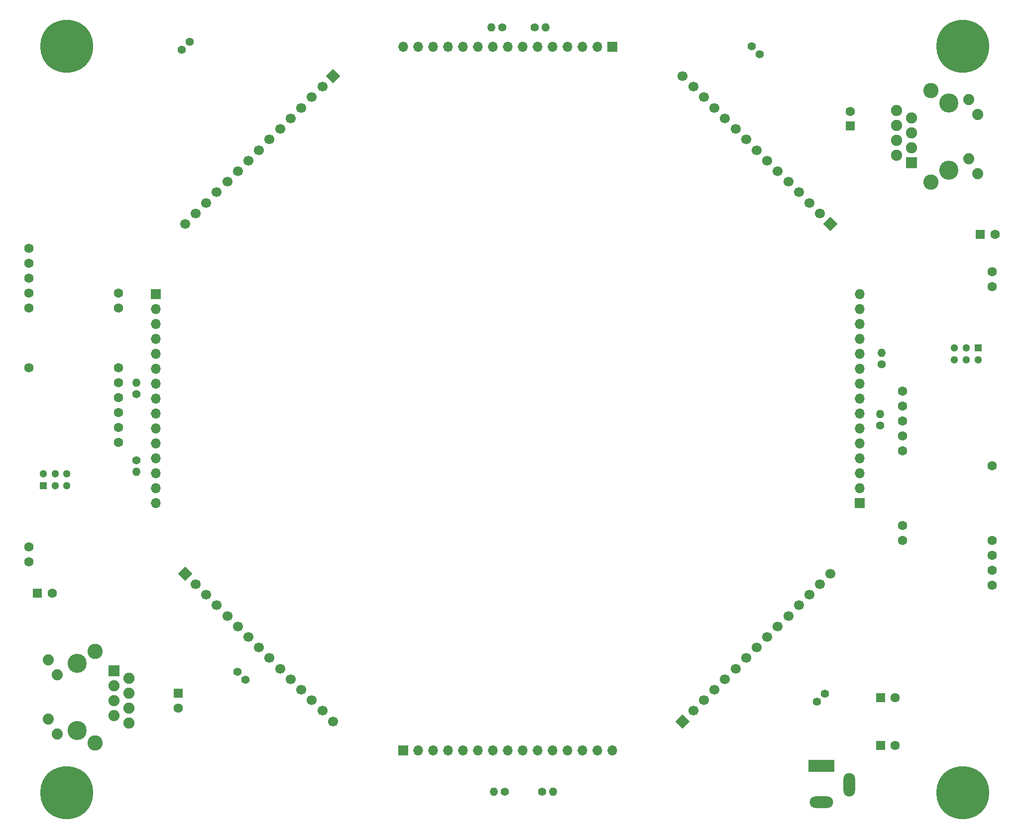
<source format=gbr>
%TF.GenerationSoftware,KiCad,Pcbnew,(6.0.11)*%
%TF.CreationDate,2023-02-05T17:58:31-05:00*%
%TF.ProjectId,arena_06-08,6172656e-615f-4303-962d-30382e6b6963,rev?*%
%TF.SameCoordinates,Original*%
%TF.FileFunction,Soldermask,Bot*%
%TF.FilePolarity,Negative*%
%FSLAX46Y46*%
G04 Gerber Fmt 4.6, Leading zero omitted, Abs format (unit mm)*
G04 Created by KiCad (PCBNEW (6.0.11)) date 2023-02-05 17:58:31*
%MOMM*%
%LPD*%
G01*
G04 APERTURE LIST*
G04 Aperture macros list*
%AMHorizOval*
0 Thick line with rounded ends*
0 $1 width*
0 $2 $3 position (X,Y) of the first rounded end (center of the circle)*
0 $4 $5 position (X,Y) of the second rounded end (center of the circle)*
0 Add line between two ends*
20,1,$1,$2,$3,$4,$5,0*
0 Add two circle primitives to create the rounded ends*
1,1,$1,$2,$3*
1,1,$1,$4,$5*%
%AMRotRect*
0 Rectangle, with rotation*
0 The origin of the aperture is its center*
0 $1 length*
0 $2 width*
0 $3 Rotation angle, in degrees counterclockwise*
0 Add horizontal line*
21,1,$1,$2,0,0,$3*%
G04 Aperture macros list end*
%ADD10C,1.400000*%
%ADD11O,1.400000X1.400000*%
%ADD12R,1.700000X1.700000*%
%ADD13O,1.700000X1.700000*%
%ADD14HorizOval,1.400000X0.000000X0.000000X0.000000X0.000000X0*%
%ADD15R,1.600000X1.600000*%
%ADD16C,1.600000*%
%ADD17RotRect,1.700000X1.700000X315.000000*%
%ADD18HorizOval,1.700000X0.000000X0.000000X0.000000X0.000000X0*%
%ADD19C,0.900000*%
%ADD20C,9.000000*%
%ADD21HorizOval,1.400000X0.000000X0.000000X0.000000X0.000000X0*%
%ADD22RotRect,1.700000X1.700000X45.000000*%
%ADD23HorizOval,1.700000X0.000000X0.000000X0.000000X0.000000X0*%
%ADD24C,3.250000*%
%ADD25C,2.600000*%
%ADD26C,1.890000*%
%ADD27R,1.900000X1.900000*%
%ADD28C,1.900000*%
%ADD29HorizOval,1.400000X0.000000X0.000000X0.000000X0.000000X0*%
%ADD30RotRect,1.700000X1.700000X225.000000*%
%ADD31HorizOval,1.700000X0.000000X0.000000X0.000000X0.000000X0*%
%ADD32RotRect,1.700000X1.700000X135.000000*%
%ADD33HorizOval,1.700000X0.000000X0.000000X0.000000X0.000000X0*%
%ADD34R,1.300000X1.300000*%
%ADD35C,1.300000*%
%ADD36HorizOval,1.400000X0.000000X0.000000X0.000000X0.000000X0*%
%ADD37R,4.500000X2.000000*%
%ADD38O,4.000000X2.000000*%
%ADD39O,2.000000X4.000000*%
G04 APERTURE END LIST*
D10*
%TO.C,R9*%
X86868000Y-110490000D03*
D11*
X86868000Y-112390000D03*
%TD*%
D12*
%TO.C,J3*%
X209850000Y-117780000D03*
D13*
X209850000Y-115240000D03*
X209850000Y-112700000D03*
X209850000Y-110160000D03*
X209850000Y-107620000D03*
X209850000Y-105080000D03*
X209850000Y-102540000D03*
X209850000Y-100000000D03*
X209850000Y-97460000D03*
X209850000Y-94920000D03*
X209850000Y-92380000D03*
X209850000Y-89840000D03*
X209850000Y-87300000D03*
X209850000Y-84760000D03*
X209850000Y-82220000D03*
%TD*%
D10*
%TO.C,R8*%
X95889932Y-39238068D03*
D14*
X94546429Y-40581571D03*
%TD*%
D15*
%TO.C,C2*%
X69996864Y-133096000D03*
D16*
X72496864Y-133096000D03*
%TD*%
D17*
%TO.C,J6*%
X120252000Y-45107300D03*
D18*
X118455949Y-46903351D03*
X116659898Y-48699402D03*
X114863846Y-50495454D03*
X113067795Y-52291505D03*
X111271744Y-54087556D03*
X109475693Y-55883607D03*
X107679641Y-57679659D03*
X105883590Y-59475710D03*
X104087539Y-61271761D03*
X102291488Y-63067812D03*
X100495437Y-64863863D03*
X98699385Y-66659915D03*
X96903334Y-68455966D03*
X95107283Y-70252017D03*
%TD*%
D19*
%TO.C,H4*%
X224025000Y-167000000D03*
X230775000Y-167000000D03*
X227400000Y-170375000D03*
X229786485Y-164613515D03*
X227400000Y-163625000D03*
X229786485Y-169386485D03*
X225013515Y-164613515D03*
D20*
X227400000Y-167000000D03*
D19*
X225013515Y-169386485D03*
%TD*%
D10*
%TO.C,R7*%
X104008068Y-146426068D03*
D21*
X105351571Y-147769571D03*
%TD*%
D19*
%TO.C,H2*%
X71625000Y-40000000D03*
X72613515Y-42386485D03*
X72613515Y-37613515D03*
X75000000Y-43375000D03*
X77386485Y-42386485D03*
D20*
X75000000Y-40000000D03*
D19*
X75000000Y-36625000D03*
X77386485Y-37613515D03*
X78375000Y-40000000D03*
%TD*%
%TO.C,H1*%
X225013515Y-42386485D03*
D20*
X227400000Y-40000000D03*
D19*
X227400000Y-36625000D03*
X225013515Y-37613515D03*
X227400000Y-43375000D03*
X224025000Y-40000000D03*
X229786485Y-42386485D03*
X229786485Y-37613515D03*
X230775000Y-40000000D03*
%TD*%
D10*
%TO.C,R10*%
X86868000Y-99203000D03*
D11*
X86868000Y-97303000D03*
%TD*%
D15*
%TO.C,C4*%
X213401144Y-150876000D03*
D16*
X215901144Y-150876000D03*
%TD*%
D22*
%TO.C,J5*%
X95107300Y-129748000D03*
D23*
X96903351Y-131544051D03*
X98699402Y-133340102D03*
X100495454Y-135136154D03*
X102291505Y-136932205D03*
X104087556Y-138728256D03*
X105883607Y-140524307D03*
X107679659Y-142320359D03*
X109475710Y-144116410D03*
X111271761Y-145912461D03*
X113067812Y-147708512D03*
X114863863Y-149504563D03*
X116659915Y-151300615D03*
X118455966Y-153096666D03*
X120252017Y-154892717D03*
%TD*%
D19*
%TO.C,H3*%
X78375000Y-167000000D03*
X72613515Y-169386485D03*
X71625000Y-167000000D03*
X77386485Y-164613515D03*
X77386485Y-169386485D03*
X75000000Y-170375000D03*
X72613515Y-164613515D03*
X75000000Y-163625000D03*
D20*
X75000000Y-167000000D03*
%TD*%
D11*
%TO.C,R11*%
X147198000Y-36830000D03*
D10*
X149098000Y-36830000D03*
%TD*%
D24*
%TO.C,J11*%
X76718000Y-156464000D03*
X76718000Y-145034000D03*
D25*
X79768000Y-142974000D03*
X79768000Y-158524000D03*
D26*
X73338000Y-157074000D03*
X71818000Y-154534000D03*
X73338000Y-146964000D03*
X71818000Y-144424000D03*
D27*
X83058000Y-146304000D03*
D28*
X85598000Y-147574000D03*
X83058000Y-148844000D03*
X85598000Y-150114000D03*
X83058000Y-151384000D03*
X85598000Y-152654000D03*
X83058000Y-153924000D03*
X85598000Y-155194000D03*
%TD*%
D10*
%TO.C,R1*%
X192839932Y-41339932D03*
D29*
X191496429Y-39996429D03*
%TD*%
D30*
%TO.C,J1*%
X204893000Y-70252000D03*
D31*
X203096949Y-68455949D03*
X201300898Y-66659898D03*
X199504846Y-64863846D03*
X197708795Y-63067795D03*
X195912744Y-61271744D03*
X194116693Y-59475693D03*
X192320641Y-57679641D03*
X190524590Y-55883590D03*
X188728539Y-54087539D03*
X186932488Y-52291488D03*
X185136437Y-50495437D03*
X183340385Y-48699385D03*
X181544334Y-46903334D03*
X179748283Y-45107283D03*
%TD*%
D15*
%TO.C,C1*%
X230350000Y-72050000D03*
D16*
X232850000Y-72050000D03*
%TD*%
D15*
%TO.C,C3*%
X213401144Y-159004000D03*
D16*
X215901144Y-159004000D03*
%TD*%
D10*
%TO.C,R5*%
X155813000Y-166878000D03*
D11*
X157713000Y-166878000D03*
%TD*%
D32*
%TO.C,J2*%
X179748000Y-154893000D03*
D33*
X181544051Y-153096949D03*
X183340102Y-151300898D03*
X185136154Y-149504846D03*
X186932205Y-147708795D03*
X188728256Y-145912744D03*
X190524307Y-144116693D03*
X192320359Y-142320641D03*
X194116410Y-140524590D03*
X195912461Y-138728539D03*
X197708512Y-136932488D03*
X199504563Y-135136437D03*
X201300615Y-133340385D03*
X203096666Y-131544334D03*
X204892717Y-129748283D03*
%TD*%
D15*
%TO.C,C6*%
X208280000Y-53594000D03*
D16*
X208280000Y-51094000D03*
%TD*%
D12*
%TO.C,J7*%
X90150000Y-82220000D03*
D13*
X90150000Y-84760000D03*
X90150000Y-87300000D03*
X90150000Y-89840000D03*
X90150000Y-92380000D03*
X90150000Y-94920000D03*
X90150000Y-97460000D03*
X90150000Y-100000000D03*
X90150000Y-102540000D03*
X90150000Y-105080000D03*
X90150000Y-107620000D03*
X90150000Y-110160000D03*
X90150000Y-112700000D03*
X90150000Y-115240000D03*
X90150000Y-117780000D03*
%TD*%
D15*
%TO.C,C5*%
X93980000Y-150114000D03*
D16*
X93980000Y-152614000D03*
%TD*%
D10*
%TO.C,R3*%
X213614000Y-94123000D03*
D11*
X213614000Y-92223000D03*
%TD*%
D28*
%TO.C,J10*%
X216134000Y-50927000D03*
X218674000Y-52197000D03*
X216134000Y-53467000D03*
X218674000Y-54737000D03*
X216134000Y-56007000D03*
X218674000Y-57277000D03*
X216134000Y-58547000D03*
D27*
X218674000Y-59817000D03*
D26*
X229914000Y-61697000D03*
X228394000Y-59157000D03*
X229914000Y-51587000D03*
X228394000Y-49047000D03*
D25*
X221964000Y-47597000D03*
X221964000Y-63147000D03*
D24*
X225014000Y-61087000D03*
X225014000Y-49657000D03*
%TD*%
D16*
%TO.C,U2*%
X83820000Y-107442000D03*
X83820000Y-104902000D03*
X83820000Y-102362000D03*
X83820000Y-99822000D03*
X83820000Y-97282000D03*
X83820000Y-94742000D03*
X83820000Y-84582000D03*
X83820000Y-82042000D03*
X68580000Y-74422000D03*
X68580000Y-76962000D03*
X68580000Y-79502000D03*
X68580000Y-82042000D03*
X68580000Y-84582000D03*
X68580000Y-94742000D03*
X68580000Y-125222000D03*
X68580000Y-127762000D03*
D34*
X71018400Y-114792000D03*
D35*
X73018400Y-114792000D03*
X75018400Y-114792000D03*
X75018400Y-112792000D03*
X73018400Y-112792000D03*
X71018400Y-112792000D03*
%TD*%
D12*
%TO.C,J8*%
X167780000Y-40150000D03*
D13*
X165240000Y-40150000D03*
X162700000Y-40150000D03*
X160160000Y-40150000D03*
X157620000Y-40150000D03*
X155080000Y-40150000D03*
X152540000Y-40150000D03*
X150000000Y-40150000D03*
X147460000Y-40150000D03*
X144920000Y-40150000D03*
X142380000Y-40150000D03*
X139840000Y-40150000D03*
X137300000Y-40150000D03*
X134760000Y-40150000D03*
X132220000Y-40150000D03*
%TD*%
D10*
%TO.C,R2*%
X202560068Y-151515932D03*
D36*
X203903571Y-150172429D03*
%TD*%
D10*
%TO.C,R6*%
X149495000Y-166878000D03*
D11*
X147595000Y-166878000D03*
%TD*%
D10*
%TO.C,R4*%
X213360000Y-104537000D03*
D11*
X213360000Y-102637000D03*
%TD*%
D16*
%TO.C,U1*%
X217170000Y-98679000D03*
X217170000Y-101219000D03*
X217170000Y-103759000D03*
X217170000Y-106299000D03*
X217170000Y-108839000D03*
X217170000Y-121539000D03*
X217170000Y-124079000D03*
X232410000Y-131699000D03*
X232410000Y-129159000D03*
X232410000Y-126619000D03*
X232410000Y-124079000D03*
X232410000Y-111379000D03*
X232410000Y-80899000D03*
X232410000Y-78359000D03*
D34*
X229971600Y-91329000D03*
D35*
X227971600Y-91329000D03*
X225971600Y-91329000D03*
X225971600Y-93329000D03*
X227971600Y-93329000D03*
X229971600Y-93329000D03*
%TD*%
D10*
%TO.C,R12*%
X154543000Y-36830000D03*
D11*
X156443000Y-36830000D03*
%TD*%
D12*
%TO.C,J4*%
X132220000Y-159850000D03*
D13*
X134760000Y-159850000D03*
X137300000Y-159850000D03*
X139840000Y-159850000D03*
X142380000Y-159850000D03*
X144920000Y-159850000D03*
X147460000Y-159850000D03*
X150000000Y-159850000D03*
X152540000Y-159850000D03*
X155080000Y-159850000D03*
X157620000Y-159850000D03*
X160160000Y-159850000D03*
X162700000Y-159850000D03*
X165240000Y-159850000D03*
X167780000Y-159850000D03*
%TD*%
D37*
%TO.C,J9*%
X203362000Y-162460000D03*
D38*
X203362000Y-168660000D03*
D39*
X208062000Y-165660000D03*
%TD*%
M02*

</source>
